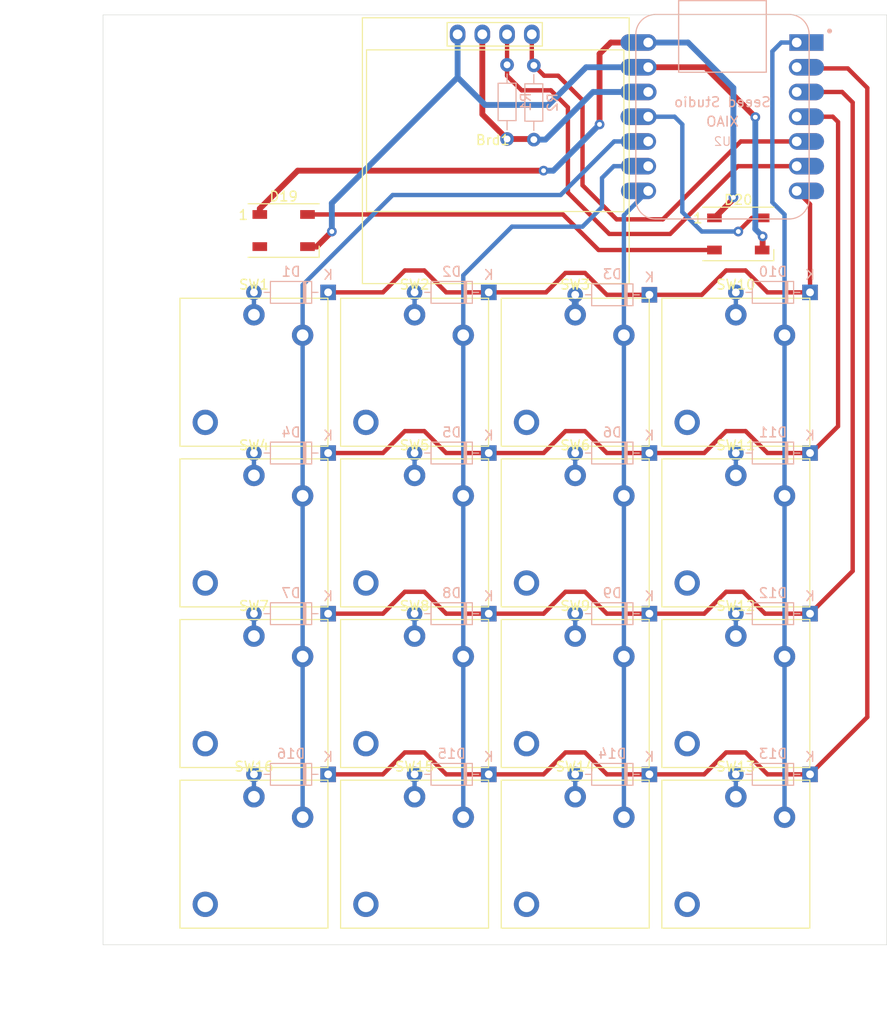
<source format=kicad_pcb>
(kicad_pcb (version 20221018) (generator pcbnew)
  (title_block (title "Cyao macropad") (date "2024-09-23") (rev "v5.1") (company "Cheyao") (comment 1 "https://github.com/cheyao/macropad"))
  (layers (0 "F.Cu" signal) (31 "B.Cu" signal) (34 "B.Paste" user) (35 "F.Paste" user) (36 "B.SilkS" user "B.Silkscreen") (37 "F.SilkS" user "F.Silkscreen") (38 "B.Mask" user) (39 "F.Mask" user) (44 "Edge.Cuts" user))
  (net 0 "")
  (net 1 "ROW0")
  (net 2 "Net-(D1-A)")
  (net 3 "Net-(D2-A)")
  (net 4 "Net-(D3-A)")
  (net 5 "ROW1")
  (net 6 "Net-(D4-A)")
  (net 7 "Net-(D5-A)")
  (net 8 "Net-(D6-A)")
  (net 9 "ROW2")
  (net 10 "Net-(D7-A)")
  (net 11 "Net-(D8-A)")
  (net 12 "Net-(D9-A)")
  (net 13 "Net-(D10-A)")
  (net 14 "Net-(D11-A)")
  (net 15 "Net-(D12-A)")
  (net 16 "ROW3")
  (net 17 "Net-(D13-A)")
  (net 18 "Net-(D14-A)")
  (net 19 "Net-(D15-A)")
  (net 20 "Net-(D16-A)")
  (net 21 "COL0")
  (net 22 "COL1")
  (net 23 "COL2")
  (net 24 "COL3")
  (net 25 "+3.3V")
  (net 26 "GND")
  (net 27 "+5V")
  (net 28 "Net-(Brd1-SDA)")
  (net 29 "Net-(Brd1-SCL)")
  (net 30 "Net-(D19-DIN)")
  (net 31 "LED")
  (footprint "key:SW_Kailh_Choc_V2" (layer "F.Cu") (at 120 103.2)
    (fp_text reference "SW4" (at 0 -9) (layer "F.SilkS"))
    (fp_text value "Kailh Choc V2")
    (pad "" thru_hole circle (at -5 5.15) (size 2.6 2.6) (drill 1.6) (layers "*.Cu" "*.Mask"))
    (pad "" np_thru_hole circle (at 0 0) (size 5.05 5.05) (drill 5.05) (layers "*.Cu" "*.Mask"))
    (pad "1" thru_hole circle (at 0 -5.9) (size 2.2 2.2) (drill 1.2) (layers "*.Cu" "*.Mask") (net 6 "Net-(D4-A)"))
    (pad "2" thru_hole circle (at 5 -3.8) (size 2.2 2.2) (drill 1.2) (layers "*.Cu" "*.Mask") (net 21 "COL0"))
  )
  (footprint "key:SW_Kailh_Choc_V2" (layer "F.Cu") (at 153 136.2)
    (fp_text reference "SW14" (at 0 -9) (layer "F.SilkS"))
    (fp_text value "Kailh Choc V2")
    (pad "" thru_hole circle (at -5 5.15) (size 2.6 2.6) (drill 1.6) (layers "*.Cu" "*.Mask"))
    (pad "" np_thru_hole circle (at 0 0) (size 5.05 5.05) (drill 5.05) (layers "*.Cu" "*.Mask"))
    (pad "1" thru_hole circle (at 0 -5.9) (size 2.2 2.2) (drill 1.2) (layers "*.Cu" "*.Mask") (net 18 "Net-(D14-A)"))
    (pad "2" thru_hole circle (at 5 -3.8) (size 2.2 2.2) (drill 1.2) (layers "*.Cu" "*.Mask") (net 23 "COL2"))
  )
  (footprint "key:SW_Kailh_Choc_V2" (layer "F.Cu") (at 120 86.7)
    (fp_text reference "SW1" (at 0 -9) (layer "F.SilkS"))
    (fp_text value "Kailh Choc V2")
    (pad "" thru_hole circle (at -5 5.15) (size 2.6 2.6) (drill 1.6) (layers "*.Cu" "*.Mask"))
    (pad "" np_thru_hole circle (at 0 0) (size 5.05 5.05) (drill 5.05) (layers "*.Cu" "*.Mask"))
    (pad "1" thru_hole circle (at 0 -5.9) (size 2.2 2.2) (drill 1.2) (layers "*.Cu" "*.Mask") (net 2 "Net-(D1-A)"))
    (pad "2" thru_hole circle (at 5 -3.8) (size 2.2 2.2) (drill 1.2) (layers "*.Cu" "*.Mask") (net 21 "COL0"))
  )
  (footprint "key:SW_Kailh_Choc_V2" (layer "F.Cu") (at 136.5 119.7)
    (fp_text reference "SW8" (at 0 -9) (layer "F.SilkS"))
    (fp_text value "Kailh Choc V2")
    (pad "" thru_hole circle (at -5 5.15) (size 2.6 2.6) (drill 1.6) (layers "*.Cu" "*.Mask"))
    (pad "" np_thru_hole circle (at 0 0) (size 5.05 5.05) (drill 5.05) (layers "*.Cu" "*.Mask"))
    (pad "1" thru_hole circle (at 0 -5.9) (size 2.2 2.2) (drill 1.2) (layers "*.Cu" "*.Mask") (net 11 "Net-(D8-A)"))
    (pad "2" thru_hole circle (at 5 -3.8) (size 2.2 2.2) (drill 1.2) (layers "*.Cu" "*.Mask") (net 22 "COL1"))
  )
  (footprint "key:SW_Kailh_Choc_V2" (layer "F.Cu") (at 153 119.7)
    (fp_text reference "SW9" (at 0 -9) (layer "F.SilkS"))
    (fp_text value "Kailh Choc V2")
    (pad "" thru_hole circle (at -5 5.15) (size 2.6 2.6) (drill 1.6) (layers "*.Cu" "*.Mask"))
    (pad "" np_thru_hole circle (at 0 0) (size 5.05 5.05) (drill 5.05) (layers "*.Cu" "*.Mask"))
    (pad "1" thru_hole circle (at 0 -5.9) (size 2.2 2.2) (drill 1.2) (layers "*.Cu" "*.Mask") (net 12 "Net-(D9-A)"))
    (pad "2" thru_hole circle (at 5 -3.8) (size 2.2 2.2) (drill 1.2) (layers "*.Cu" "*.Mask") (net 23 "COL2"))
  )
  (footprint "key:SW_Kailh_Choc_V2" (layer "F.Cu") (at 169.5 119.7)
    (fp_text reference "SW12" (at 0 -9) (layer "F.SilkS"))
    (fp_text value "Kailh Choc V2")
    (pad "" thru_hole circle (at -5 5.15) (size 2.6 2.6) (drill 1.6) (layers "*.Cu" "*.Mask"))
    (pad "" np_thru_hole circle (at 0 0) (size 5.05 5.05) (drill 5.05) (layers "*.Cu" "*.Mask"))
    (pad "1" thru_hole circle (at 0 -5.9) (size 2.2 2.2) (drill 1.2) (layers "*.Cu" "*.Mask") (net 15 "Net-(D12-A)"))
    (pad "2" thru_hole circle (at 5 -3.8) (size 2.2 2.2) (drill 1.2) (layers "*.Cu" "*.Mask") (net 24 "COL3"))
  )
  (footprint "LED_SMD:LED_WS2812B_PLCC4_5.0x5.0mm_P3.2mm" (layer "F.Cu") (at 123.05 72.15)
    (fp_text reference "D19" (at 0 -3.5) (layer "F.SilkS"))
    (fp_text value "WS2812B")
    (fp_text user "1" (at -4.15 -1.6) (layer "F.SilkS"))
    (pad "1" smd rect (at -2.45 -1.65) (size 1.5 0.9) (layers "F.Cu" "F.Paste" "F.Mask") (net 27 "+5V"))
    (pad "2" smd rect (at -2.45 1.65) (size 1.5 0.9) (layers "F.Cu" "F.Paste" "F.Mask"))
    (pad "3" smd rect (at 2.45 1.65) (size 1.5 0.9) (layers "F.Cu" "F.Paste" "F.Mask") (net 26 "GND"))
    (pad "4" smd rect (at 2.45 -1.65) (size 1.5 0.9) (layers "F.Cu" "F.Paste" "F.Mask") (net 30 "Net-(D19-DIN)"))
  )
  (footprint "key:SW_Kailh_Choc_V2" (layer "F.Cu") (at 153 103.2)
    (fp_text reference "SW6" (at 0 -9) (layer "F.SilkS"))
    (fp_text value "Kailh Choc V2")
    (pad "" thru_hole circle (at -5 5.15) (size 2.6 2.6) (drill 1.6) (layers "*.Cu" "*.Mask"))
    (pad "" np_thru_hole circle (at 0 0) (size 5.05 5.05) (drill 5.05) (layers "*.Cu" "*.Mask"))
    (pad "1" thru_hole circle (at 0 -5.9) (size 2.2 2.2) (drill 1.2) (layers "*.Cu" "*.Mask") (net 8 "Net-(D6-A)"))
    (pad "2" thru_hole circle (at 5 -3.8) (size 2.2 2.2) (drill 1.2) (layers "*.Cu" "*.Mask") (net 23 "COL2"))
  )
  (footprint "key:SW_Kailh_Choc_V2" (layer "F.Cu") (at 169.5 86.7)
    (fp_text reference "SW10" (at 0 -9) (layer "F.SilkS"))
    (fp_text value "Kailh Choc V2")
    (pad "" thru_hole circle (at -5 5.15) (size 2.6 2.6) (drill 1.6) (layers "*.Cu" "*.Mask"))
    (pad "" np_thru_hole circle (at 0 0) (size 5.05 5.05) (drill 5.05) (layers "*.Cu" "*.Mask"))
    (pad "1" thru_hole circle (at 0 -5.9) (size 2.2 2.2) (drill 1.2) (layers "*.Cu" "*.Mask") (net 13 "Net-(D10-A)"))
    (pad "2" thru_hole circle (at 5 -3.8) (size 2.2 2.2) (drill 1.2) (layers "*.Cu" "*.Mask") (net 24 "COL3"))
  )
  (footprint "key:SW_Kailh_Choc_V2" (layer "F.Cu") (at 120 119.7)
    (fp_text reference "SW7" (at 0 -9) (layer "F.SilkS"))
    (fp_text value "Kailh Choc V2")
    (pad "" thru_hole circle (at -5 5.15) (size 2.6 2.6) (drill 1.6) (layers "*.Cu" "*.Mask"))
    (pad "" np_thru_hole circle (at 0 0) (size 5.05 5.05) (drill 5.05) (layers "*.Cu" "*.Mask"))
    (pad "1" thru_hole circle (at 0 -5.9) (size 2.2 2.2) (drill 1.2) (layers "*.Cu" "*.Mask") (net 10 "Net-(D7-A)"))
    (pad "2" thru_hole circle (at 5 -3.8) (size 2.2 2.2) (drill 1.2) (layers "*.Cu" "*.Mask") (net 21 "COL0"))
  )
  (footprint "screen:128x64OLED" (layer "F.Cu") (at 144.54 62.6)
    (fp_text reference "Brd1" (at 0 0.254) (layer "F.SilkS"))
    (fp_text value "SSD1306")
    (pad "1" thru_hole oval (at -3.62 -10.6 90) (size 2 1.6) (drill 1) (layers "*.Cu" "*.Mask") (net 26 "GND"))
    (pad "2" thru_hole oval (at -1.08 -10.6 90) (size 2 1.6) (drill 1) (layers "*.Cu" "*.Mask") (net 25 "+3.3V"))
    (pad "3" thru_hole oval (at 1.46 -10.6 90) (size 2 1.6) (drill 1) (layers "*.Cu" "*.Mask") (net 29 "Net-(Brd1-SCL)"))
    (pad "4" thru_hole oval (at 4 -10.6 90) (size 2 1.6) (drill 1) (layers "*.Cu" "*.Mask") (net 28 "Net-(Brd1-SDA)"))
  )
  (footprint "key:SW_Kailh_Choc_V2" (layer "F.Cu") (at 136.5 86.7)
    (fp_text reference "SW2" (at 0 -9) (layer "F.SilkS"))
    (fp_text value "Kailh Choc V2")
    (pad "" thru_hole circle (at -5 5.15) (size 2.6 2.6) (drill 1.6) (layers "*.Cu" "*.Mask"))
    (pad "" np_thru_hole circle (at 0 0) (size 5.05 5.05) (drill 5.05) (layers "*.Cu" "*.Mask"))
    (pad "1" thru_hole circle (at 0 -5.9) (size 2.2 2.2) (drill 1.2) (layers "*.Cu" "*.Mask") (net 3 "Net-(D2-A)"))
    (pad "2" thru_hole circle (at 5 -3.8) (size 2.2 2.2) (drill 1.2) (layers "*.Cu" "*.Mask") (net 22 "COL1"))
  )
  (footprint "key:SW_Kailh_Choc_V2" (layer "F.Cu") (at 169.5 103.2)
    (fp_text reference "SW11" (at 0 -9) (layer "F.SilkS"))
    (fp_text value "Kailh Choc V2")
    (pad "" thru_hole circle (at -5 5.15) (size 2.6 2.6) (drill 1.6) (layers "*.Cu" "*.Mask"))
    (pad "" np_thru_hole circle (at 0 0) (size 5.05 5.05) (drill 5.05) (layers "*.Cu" "*.Mask"))
    (pad "1" thru_hole circle (at 0 -5.9) (size 2.2 2.2) (drill 1.2) (layers "*.Cu" "*.Mask") (net 14 "Net-(D11-A)"))
    (pad "2" thru_hole circle (at 5 -3.8) (size 2.2 2.2) (drill 1.2) (layers "*.Cu" "*.Mask") (net 24 "COL3"))
  )
  (footprint "LED_SMD:LED_WS2812B_PLCC4_5.0x5.0mm_P3.2mm" (layer "F.Cu") (at 169.75 72.5)
    (fp_text reference "D20" (at 0 -3.5) (layer "F.SilkS"))
    (fp_text value "WS2812B")
    (fp_text user "1" (at -4.15 -1.6) (layer "F.SilkS"))
    (pad "1" smd rect (at -2.45 -1.65) (size 1.5 0.9) (layers "F.Cu" "F.Paste" "F.Mask") (net 27 "+5V"))
    (pad "2" smd rect (at -2.45 1.65) (size 1.5 0.9) (layers "F.Cu" "F.Paste" "F.Mask") (net 30 "Net-(D19-DIN)"))
    (pad "3" smd rect (at 2.45 1.65) (size 1.5 0.9) (layers "F.Cu" "F.Paste" "F.Mask") (net 26 "GND"))
    (pad "4" smd rect (at 2.45 -1.65) (size 1.5 0.9) (layers "F.Cu" "F.Paste" "F.Mask") (net 31 "LED"))
  )
  (footprint "key:SW_Kailh_Choc_V2" (layer "F.Cu") (at 153 86.7)
    (fp_text reference "SW3" (at 0 -9) (layer "F.SilkS"))
    (fp_text value "Kailh Choc V2")
    (pad "" thru_hole circle (at -5 5.15) (size 2.6 2.6) (drill 1.6) (layers "*.Cu" "*.Mask"))
    (pad "" np_thru_hole circle (at 0 0) (size 5.05 5.05) (drill 5.05) (layers "*.Cu" "*.Mask"))
    (pad "1" thru_hole circle (at 0 -5.9) (size 2.2 2.2) (drill 1.2) (layers "*.Cu" "*.Mask") (net 4 "Net-(D3-A)"))
    (pad "2" thru_hole circle (at 5 -3.8) (size 2.2 2.2) (drill 1.2) (layers "*.Cu" "*.Mask") (net 23 "COL2"))
  )
  (footprint "key:SW_Kailh_Choc_V2" (layer "F.Cu") (at 120 136.2)
    (fp_text reference "SW16" (at 0 -9) (layer "F.SilkS"))
    (fp_text value "Kailh Choc V2")
    (pad "" thru_hole circle (at -5 5.15) (size 2.6 2.6) (drill 1.6) (layers "*.Cu" "*.Mask"))
    (pad "" np_thru_hole circle (at 0 0) (size 5.05 5.05) (drill 5.05) (layers "*.Cu" "*.Mask"))
    (pad "1" thru_hole circle (at 0 -5.9) (size 2.2 2.2) (drill 1.2) (layers "*.Cu" "*.Mask") (net 20 "Net-(D16-A)"))
    (pad "2" thru_hole circle (at 5 -3.8) (size 2.2 2.2) (drill 1.2) (layers "*.Cu" "*.Mask") (net 21 "COL0"))
  )
  (footprint "key:SW_Kailh_Choc_V2" (layer "F.Cu") (at 136.5 103.2)
    (fp_text reference "SW5" (at 0 -9) (layer "F.SilkS"))
    (fp_text value "Kailh Choc V2")
    (pad "" thru_hole circle (at -5 5.15) (size 2.6 2.6) (drill 1.6) (layers "*.Cu" "*.Mask"))
    (pad "" np_thru_hole circle (at 0 0) (size 5.05 5.05) (drill 5.05) (layers "*.Cu" "*.Mask"))
    (pad "1" thru_hole circle (at 0 -5.9) (size 2.2 2.2) (drill 1.2) (layers "*.Cu" "*.Mask") (net 7 "Net-(D5-A)"))
    (pad "2" thru_hole circle (at 5 -3.8) (size 2.2 2.2) (drill 1.2) (layers "*.Cu" "*.Mask") (net 22 "COL1"))
  )
  (footprint "key:SW_Kailh_Choc_V2" (layer "F.Cu") (at 169.5 136.2)
    (fp_text reference "SW13" (at 0 -9) (layer "F.SilkS"))
    (fp_text value "Kailh Choc V2")
    (pad "" thru_hole circle (at -5 5.15) (size 2.6 2.6) (drill 1.6) (layers "*.Cu" "*.Mask"))
    (pad "" np_thru_hole circle (at 0 0) (size 5.05 5.05) (drill 5.05) (layers "*.Cu" "*.Mask"))
    (pad "1" thru_hole circle (at 0 -5.9) (size 2.2 2.2) (drill 1.2) (layers "*.Cu" "*.Mask") (net 17 "Net-(D13-A)"))
    (pad "2" thru_hole circle (at 5 -3.8) (size 2.2 2.2) (drill 1.2) (layers "*.Cu" "*.Mask") (net 24 "COL3"))
  )
  (footprint "key:SW_Kailh_Choc_V2" (layer "F.Cu") (at 136.5 136.2)
    (fp_text reference "SW15" (at 0 -9) (layer "F.SilkS"))
    (fp_text value "Kailh Choc V2")
    (pad "" thru_hole circle (at -5 5.15) (size 2.6 2.6) (drill 1.6) (layers "*.Cu" "*.Mask"))
    (pad "" np_thru_hole circle (at 0 0) (size 5.05 5.05) (drill 5.05) (layers "*.Cu" "*.Mask"))
    (pad "1" thru_hole circle (at 0 -5.9) (size 2.2 2.2) (drill 1.2) (layers "*.Cu" "*.Mask") (net 19 "Net-(D15-A)"))
    (pad "2" thru_hole circle (at 5 -3.8) (size 2.2 2.2) (drill 1.2) (layers "*.Cu" "*.Mask") (net 22 "COL1"))
  )
  (footprint "Diode_THT:D_DO-35_SOD27_P7.62mm_Horizontal" (layer "B.Cu") (at 160.62 78.75 180)
    (fp_text reference "D3" (at 3.81 2.12) (layer "B.SilkS") (effects (justify mirror)))
    (fp_text value "Didode 1N4148")
    (fp_text user "K" (at 0 1.8) (layer "B.SilkS") (effects (justify mirror)))
    (pad "1" thru_hole rect (at 0 0 180) (size 1.6 1.6) (drill 0.8) (layers "*.Cu" "*.Mask") (net 1 "ROW0"))
    (pad "2" thru_hole oval (at 7.62 0 180) (size 1.6 1.6) (drill 0.8) (layers "*.Cu" "*.Mask") (net 4 "Net-(D3-A)"))
  )
  (footprint "seed:XIAO-Generic-Hybrid-14P-2.54-21X17.8MM" (layer "B.Cu") (at 168.125 60.46 180)
    (fp_text reference "U2" (at 0 -2.54) (layer "B.SilkS") (effects (font (size 0.889 0.889) (thickness 0.1016)) (justify mirror)))
    (fp_text value "SEEEDUINO XIAO RP2040" hide)
    (fp_text user "XIAO" (at 0 -0.5 unlocked) (layer "B.SilkS") (effects (justify mirror)))
    (fp_text user "Seeed Studio" (at 0 1.5 unlocked) (layer "B.SilkS") (effects (justify mirror)))
    (pad "1" thru_hole rect (at -7.625 7.62 180) (size 3.5 1.7) (drill 1 (offset -1 0)) (layers "*.Cu" "*.Mask") (net 24 "COL3"))
    (pad "2" thru_hole oval (at -7.625 5.08 180) (size 3.6 1.7) (drill 1 (offset -1 0)) (layers "*.Cu" "*.Mask") (net 16 "ROW3"))
    (pad "3" thru_hole oval (at -7.625 2.54 180) (size 3.6 1.7) (drill 1 (offset -1 0)) (layers "*.Cu" "*.Mask") (net 9 "ROW2"))
    (pad "4" thru_hole oval (at -7.625 0 180) (size 3.6 1.7) (drill 1 (offset -1 0)) (layers "*.Cu" "*.Mask") (net 5 "ROW1"))
    (pad "5" thru_hole oval (at -7.625 -2.54 180) (size 3.6 1.7) (drill 1 (offset -1 0)) (layers "*.Cu" "*.Mask") (net 28 "Net-(Brd1-SDA)"))
    (pad "6" thru_hole oval (at -7.625 -5.08) (size 3.6 1.7) (drill 1 (offset 1 0)) (layers "*.Cu" "*.Mask") (net 29 "Net-(Brd1-SCL)"))
    (pad "7" thru_hole oval (at -7.625 -7.62 180) (size 3.6 1.7) (drill 1 (offset -1 0)) (layers "*.Cu" "*.Mask") (net 1 "ROW0"))
    (pad "8" thru_hole oval (at 7.625 -7.62 180) (size 3.6 1.7) (drill 1 (offset 1 0)) (layers "*.Cu" "*.Mask") (net 23 "COL2"))
    (pad "9" thru_hole oval (at 7.625 -5.08 180) (size 3.6 1.7) (drill 1 (offset 1 0)) (layers "*.Cu" "*.Mask") (net 22 "COL1"))
    (pad "10" thru_hole oval (at 7.625 -2.54 180) (size 3.6 1.7) (drill 1 (offset 1 0)) (layers "*.Cu" "*.Mask") (net 21 "COL0"))
    (pad "11" thru_hole oval (at 7.625 0 180) (size 3.7 1.7) (drill 1 (offset 1 0)) (layers "*.Cu" "*.Mask") (net 31 "LED"))
    (pad "12" thru_hole oval (at 7.625 2.54 180) (size 3.7 1.7) (drill 1 (offset 1 0)) (layers "*.Cu" "*.Mask") (net 25 "+3.3V"))
    (pad "13" thru_hole oval (at 7.625 5.08 180) (size 3.7 1.7) (drill 1 (offset 1 0)) (layers "*.Cu" "*.Mask") (net 26 "GND"))
    (pad "14" thru_hole oval (at 7.625 7.62 180) (size 3.7 1.7) (drill 1 (offset 1 0)) (layers "*.Cu" "*.Mask") (net 27 "+5V"))
  )
  (footprint "Diode_THT:D_DO-35_SOD27_P7.62mm_Horizontal" (layer "B.Cu") (at 177.12 95 180)
    (fp_text reference "D11" (at 3.81 2.12) (layer "B.SilkS") (effects (justify mirror)))
    (fp_text value "Didode 1N4148")
    (fp_text user "K" (at 0 1.8) (layer "B.SilkS") (effects (justify mirror)))
    (pad "1" thru_hole rect (at 0 0 180) (size 1.6 1.6) (drill 0.8) (layers "*.Cu" "*.Mask") (net 5 "ROW1"))
    (pad "2" thru_hole oval (at 7.62 0 180) (size 1.6 1.6) (drill 0.8) (layers "*.Cu" "*.Mask") (net 14 "Net-(D11-A)"))
  )
  (footprint "Diode_THT:D_DO-35_SOD27_P7.62mm_Horizontal" (layer "B.Cu") (at 144.12 128 180)
    (fp_text reference "D15" (at 3.81 2.12) (layer "B.SilkS") (effects (justify mirror)))
    (fp_text value "Didode 1N4148")
    (fp_text user "K" (at 0 1.8) (layer "B.SilkS") (effects (justify mirror)))
    (pad "1" thru_hole rect (at 0 0 180) (size 1.6 1.6) (drill 0.8) (layers "*.Cu" "*.Mask") (net 16 "ROW3"))
    (pad "2" thru_hole oval (at 7.62 0 180) (size 1.6 1.6) (drill 0.8) (layers "*.Cu" "*.Mask") (net 19 "Net-(D15-A)"))
  )
  (footprint "Diode_THT:D_DO-35_SOD27_P7.62mm_Horizontal" (layer "B.Cu") (at 127.62 95 180)
    (fp_text reference "D4" (at 3.81 2.12) (layer "B.SilkS") (effects (justify mirror)))
    (fp_text value "Didode 1N4148")
    (fp_text user "K" (at 0 1.8) (layer "B.SilkS") (effects (justify mirror)))
    (pad "1" thru_hole rect (at 0 0 180) (size 1.6 1.6) (drill 0.8) (layers "*.Cu" "*.Mask") (net 5 "ROW1"))
    (pad "2" thru_hole oval (at 7.62 0 180) (size 1.6 1.6) (drill 0.8) (layers "*.Cu" "*.Mask") (net 6 "Net-(D4-A)"))
  )
  (footprint "Diode_THT:D_DO-35_SOD27_P7.62mm_Horizontal" (layer "B.Cu") (at 144.12 111.5 180)
    (fp_text reference "D8" (at 3.81 2.12) (layer "B.SilkS") (effects (justify mirror)))
    (fp_text value "Didode 1N4148")
    (fp_text user "K" (at 0 1.8) (layer "B.SilkS") (effects (justify mirror)))
    (pad "1" thru_hole rect (at 0 0 180) (size 1.6 1.6) (drill 0.8) (layers "*.Cu" "*.Mask") (net 9 "ROW2"))
    (pad "2" thru_hole oval (at 7.62 0 180) (size 1.6 1.6) (drill 0.8) (layers "*.Cu" "*.Mask") (net 11 "Net-(D8-A)"))
  )
  (footprint "Diode_THT:D_DO-35_SOD27_P7.62mm_Horizontal" (layer "B.Cu") (at 177.12 78.5 180)
    (fp_text reference "D10" (at 3.81 2.12) (layer "B.SilkS") (effects (justify mirror)))
    (fp_text value "Didode 1N4148")
    (fp_text user "K" (at 0 1.8) (layer "B.SilkS") (effects (justify mirror)))
    (pad "1" thru_hole rect (at 0 0 180) (size 1.6 1.6) (drill 0.8) (layers "*.Cu" "*.Mask") (net 1 "ROW0"))
    (pad "2" thru_hole oval (at 7.62 0 180) (size 1.6 1.6) (drill 0.8) (layers "*.Cu" "*.Mask") (net 13 "Net-(D10-A)"))
  )
  (footprint "Diode_THT:D_DO-35_SOD27_P7.62mm_Horizontal" (layer "B.Cu") (at 177.12 128 180)
    (fp_text reference "D13" (at 3.81 2.12) (layer "B.SilkS") (effects (justify mirror)))
    (fp_text value "Didode 1N4148")
    (fp_text user "K" (at 0 1.8) (layer "B.SilkS") (effects (justify mirror)))
    (pad "1" thru_hole rect (at 0 0 180) (size 1.6 1.6) (drill 0.8) (layers "*.Cu" "*.Mask") (net 16 "ROW3"))
    (pad "2" thru_hole oval (at 7.62 0 180) (size 1.6 1.6) (drill 0.8) (layers "*.Cu" "*.Mask") (net 17 "Net-(D13-A)"))
  )
  (footprint "Diode_THT:D_DO-35_SOD27_P7.62mm_Horizontal" (layer "B.Cu") (at 127.62 128 180)
    (fp_text reference "D16" (at 3.81 2.12) (layer "B.SilkS") (effects (justify mirror)))
    (fp_text value "Didode 1N4148")
    (fp_text user "K" (at 0 1.8) (layer "B.SilkS") (effects (justify mirror)))
    (pad "1" thru_hole rect (at 0 0 180) (size 1.6 1.6) (drill 0.8) (layers "*.Cu" "*.Mask") (net 16 "ROW3"))
    (pad "2" thru_hole oval (at 7.62 0 180) (size 1.6 1.6) (drill 0.8) (layers "*.Cu" "*.Mask") (net 20 "Net-(D16-A)"))
  )
  (footprint "Resistor_THT:R_Axial_DIN0204_L3.6mm_D1.6mm_P7.62mm_Horizontal" (layer "B.Cu") (at 148.75 62.81 90)
    (fp_text reference "R2" (at 3.81 1.92 90) (layer "B.SilkS") (effects (justify mirror)))
    (fp_text value "4.7k")
    (pad "1" thru_hole circle (at 0 0 90) (size 1.4 1.4) (drill 0.7) (layers "*.Cu" "*.Mask") (net 25 "+3.3V"))
    (pad "2" thru_hole oval (at 7.62 0 90) (size 1.4 1.4) (drill 0.7) (layers "*.Cu" "*.Mask") (net 28 "Net-(Brd1-SDA)"))
  )
  (footprint "Diode_THT:D_DO-35_SOD27_P7.62mm_Horizontal" (layer "B.Cu") (at 127.62 78.5 180)
    (fp_text reference "D1" (at 3.81 2.12) (layer "B.SilkS") (effects (justify mirror)))
    (fp_text value "Didode 1N4148")
    (fp_text user "K" (at 0 1.8) (layer "B.SilkS") (effects (justify mirror)))
    (pad "1" thru_hole rect (at 0 0 180) (size 1.6 1.6) (drill 0.8) (layers "*.Cu" "*.Mask") (net 1 "ROW0"))
    (pad "2" thru_hole oval (at 7.62 0 180) (size 1.6 1.6) (drill 0.8) (layers "*.Cu" "*.Mask") (net 2 "Net-(D1-A)"))
  )
  (footprint "Diode_THT:D_DO-35_SOD27_P7.62mm_Horizontal" (layer "B.Cu") (at 160.62 95 180)
    (fp_text reference "D6" (at 3.81 2.12) (layer "B.SilkS") (effects (justify mirror)))
    (fp_text value "Didode 1N4148")
    (fp_text user "K" (at 0 1.8) (layer "B.SilkS") (effects (justify mirror)))
    (pad "1" thru_hole rect (at 0 0 180) (size 1.6 1.6) (drill 0.8) (layers "*.Cu" "*.Mask") (net 5 "ROW1"))
    (pad "2" thru_hole oval (at 7.62 0 180) (size 1.6 1.6) (drill 0.8) (layers "*.Cu" "*.Mask") (net 8 "Net-(D6-A)"))
  )
  (footprint "Diode_THT:D_DO-35_SOD27_P7.62mm_Horizontal" (layer "B.Cu") (at 127.62 111.5 180)
    (fp_text reference "D7" (at 3.81 2.12) (layer "B.SilkS") (effects (justify mirror)))
    (fp_text value "Didode 1N4148")
    (fp_text user "K" (at 0 1.8) (layer "B.SilkS") (effects (justify mirror)))
    (pad "1" thru_hole rect (at 0 0 180) (size 1.6 1.6) (drill 0.8) (layers "*.Cu" "*.Mask") (net 9 "ROW2"))
    (pad "2" thru_hole oval (at 7.62 0 180) (size 1.6 1.6) (drill 0.8) (layers "*.Cu" "*.Mask") (net 10 "Net-(D7-A)"))
  )
  (footprint "Diode_THT:D_DO-35_SOD27_P7.62mm_Horizontal" (layer "B.Cu") (at 160.62 111.5 180)
    (fp_text reference "D9" (at 3.81 2.12) (layer "B.SilkS") (effects (justify mirror)))
    (fp_text value "Didode 1N4148")
    (fp_text user "K" (at 0 1.8) (layer "B.SilkS") (effects (justify mirror)))
    (pad "1" thru_hole rect (at 0 0 180) (size 1.6 1.6) (drill 0.8) (layers "*.Cu" "*.Mask") (net 9 "ROW2"))
    (pad "2" thru_hole oval (at 7.62 0 180) (size 1.6 1.6) (drill 0.8) (layers "*.Cu" "*.Mask") (net 12 "Net-(D9-A)"))
  )
  (footprint "Resistor_THT:R_Axial_DIN0204_L3.6mm_D1.6mm_P7.62mm_Horizontal" (layer "B.Cu") (at 146 62.75 90)
    (fp_text reference "R1" (at 3.81 1.92 90) (layer "B.SilkS") (effects (justify mirror)))
    (fp_text value "4.7k")
    (pad "1" thru_hole circle (at 0 0 90) (size 1.4 1.4) (drill 0.7) (layers "*.Cu" "*.Mask") (net 25 "+3.3V"))
    (pad "2" thru_hole oval (at 7.62 0 90) (size 1.4 1.4) (drill 0.7) (layers "*.Cu" "*.Mask") (net 29 "Net-(Brd1-SCL)"))
  )
  (footprint "Diode_THT:D_DO-35_SOD27_P7.62mm_Horizontal" (layer "B.Cu") (at 177.12 111.5 180)
    (fp_text reference "D12" (at 3.81 2.12) (layer "B.SilkS") (effects (justify mirror)))
    (fp_text value "Didode 1N4148")
    (fp_text user "K" (at 0 1.8) (layer "B.SilkS") (effects (justify mirror)))
    (pad "1" thru_hole rect (at 0 0 180) (size 1.6 1.6) (drill 0.8) (layers "*.Cu" "*.Mask") (net 9 "ROW2"))
    (pad "2" thru_hole oval (at 7.62 0 180) (size 1.6 1.6) (drill 0.8) (layers "*.Cu" "*.Mask") (net 15 "Net-(D12-A)"))
  )
  (footprint "Diode_THT:D_DO-35_SOD27_P7.62mm_Horizontal" (layer "B.Cu") (at 144.12 78.5 180)
    (fp_text reference "D2" (at 3.81 2.12) (layer "B.SilkS") (effects (justify mirror)))
    (fp_text value "Didode 1N4148")
    (fp_text user "K" (at 0 1.8) (layer "B.SilkS") (effects (justify mirror)))
    (pad "1" thru_hole rect (at 0 0 180) (size 1.6 1.6) (drill 0.8) (layers "*.Cu" "*.Mask") (net 1 "ROW0"))
    (pad "2" thru_hole oval (at 7.62 0 180) (size 1.6 1.6) (drill 0.8) (layers "*.Cu" "*.Mask") (net 3 "Net-(D2-A)"))
  )
  (footprint "Diode_THT:D_DO-35_SOD27_P7.62mm_Horizontal" (layer "B.Cu") (at 144.12 95 180)
    (fp_text reference "D5" (at 3.81 2.12) (layer "B.SilkS") (effects (justify mirror)))
    (fp_text value "Didode 1N4148")
    (fp_text user "K" (at 0 1.8) (layer "B.SilkS") (effects (justify mirror)))
    (pad "1" thru_hole rect (at 0 0 180) (size 1.6 1.6) (drill 0.8) (layers "*.Cu" "*.Mask") (net 5 "ROW1"))
    (pad "2" thru_hole oval (at 7.62 0 180) (size 1.6 1.6) (drill 0.8) (layers "*.Cu" "*.Mask") (net 7 "Net-(D5-A)"))
  )
  (footprint "Diode_THT:D_DO-35_SOD27_P7.62mm_Horizontal" (layer "B.Cu") (at 160.62 128 180)
    (fp_text reference "D14" (at 3.81 2.12) (layer "B.SilkS") (effects (justify mirror)))
    (fp_text value "Didode 1N4148")
    (fp_text user "K" (at 0 1.8) (layer "B.SilkS") (effects (justify mirror)))
    (pad "1" thru_hole rect (at 0 0 180) (size 1.6 1.6) (drill 0.8) (layers "*.Cu" "*.Mask") (net 16 "ROW3"))
    (pad "2" thru_hole oval (at 7.62 0 180) (size 1.6 1.6) (drill 0.8) (layers "*.Cu" "*.Mask") (net 18 "Net-(D14-A)"))
  )
  (gr_line (start 185 50) (end 104.5 50) (stroke (width 0.05)) (layer "Edge.Cuts"))
  (gr_line (start 104.5 50) (end 104.5 145.5) (stroke (width 0.05)) (layer "Edge.Cuts"))
  (gr_line (start 185 145.5) (end 104.5 145.5) (stroke (width 0.05)) (layer "Edge.Cuts"))
  (gr_line (start 185 145.5) (end 185 50) (stroke (width 0.05)) (layer "Edge.Cuts"))
  (segment (start 133.25 78.5) (end 127.62 78.5) (width 0.45) (layer "F.Cu") (net 1))
  (segment (start 144.12 78.5) (end 139.75 78.5) (width 0.45) (layer "F.Cu") (net 1))
  (segment (start 166 78.75) (end 160.62 78.75) (width 0.45) (layer "F.Cu") (net 1))
  (segment (start 168.5 76.25) (end 166 78.75) (width 0.45) (layer "F.Cu") (net 1))
  (segment (start 152 76.5) (end 150 78.5) (width 0.45) (layer "F.Cu") (net 1))
  (segment (start 170.5 76.25) (end 168.5 76.25) (width 0.45) (layer "F.Cu") (net 1))
  (segment (start 156.25 78.75) (end 154 76.5) (width 0.45) (layer "F.Cu") (net 1))
  (segment (start 177.12 69.45) (end 175.75 68.08) (width 0.45) (layer "F.Cu") (net 1))
  (segment (start 172.75 78.5) (end 170.5 76.25) (width 0.45) (layer "F.Cu") (net 1))
  (segment (start 150 78.5) (end 144.12 78.5) (width 0.45) (layer "F.Cu") (net 1))
  (segment (start 177.12 78.5) (end 177.12 69.45) (width 0.45) (layer "F.Cu") (net 1))
  (segment (start 160.62 78.75) (end 156.25 78.75) (width 0.45) (layer "F.Cu") (net 1))
  (segment (start 154 76.5) (end 152 76.5) (width 0.45) (layer "F.Cu") (net 1))
  (segment (start 177.12 78.5) (end 172.75 78.5) (width 0.45) (layer "F.Cu") (net 1))
  (segment (start 137.5 76.25) (end 135.5 76.25) (width 0.45) (layer "F.Cu") (net 1))
  (segment (start 139.75 78.5) (end 137.5 76.25) (width 0.45) (layer "F.Cu") (net 1))
  (segment (start 135.5 76.25) (end 133.25 78.5) (width 0.45) (layer "F.Cu") (net 1))
  (segment (start 120 78.5) (end 120 80.8) (width 0.45) (layer "B.Cu") (net 2))
  (segment (start 136.5 80.8) (end 136.5 78.5) (width 0.45) (layer "B.Cu") (net 3))
  (segment (start 153 80.8) (end 153 78.75) (width 0.7) (layer "B.Cu") (net 4))
  (segment (start 160.62 95) (end 156.25 95) (width 0.45) (layer "F.Cu") (net 5))
  (segment (start 166.25 95) (end 160.62 95) (width 0.45) (layer "F.Cu") (net 5))
  (segment (start 168.5 92.75) (end 166.25 95) (width 0.45) (layer "F.Cu") (net 5))
  (segment (start 177.12 95) (end 177.25 95) (width 0.45) (layer "F.Cu") (net 5))
  (segment (start 144.12 95) (end 139.75 95) (width 0.45) (layer "F.Cu") (net 5))
  (segment (start 137.5 92.75) (end 135.5 92.75) (width 0.45) (layer "F.Cu") (net 5))
  (segment (start 172.75 95) (end 170.5 92.75) (width 0.45) (layer "F.Cu") (net 5))
  (segment (start 180 92.25) (end 180 61) (width 0.45) (layer "F.Cu") (net 5))
  (segment (start 139.75 95) (end 137.5 92.75) (width 0.45) (layer "F.Cu") (net 5))
  (segment (start 135.5 92.75) (end 133.25 95) (width 0.45) (layer "F.Cu") (net 5))
  (segment (start 177.25 95) (end 180 92.25) (width 0.45) (layer "F.Cu") (net 5))
  (segment (start 177.12 95) (end 172.75 95) (width 0.45) (layer "F.Cu") (net 5))
  (segment (start 156.25 95) (end 154 92.75) (width 0.45) (layer "F.Cu") (net 5))
  (segment (start 133.25 95) (end 127.62 95) (width 0.45) (layer "F.Cu") (net 5))
  (segment (start 149.75 95) (end 144.12 95) (width 0.45) (layer "F.Cu") (net 5))
  (segment (start 180 61) (end 179.46 60.46) (width 0.45) (layer "F.Cu") (net 5))
  (segment (start 154 92.75) (end 152 92.75) (width 0.45) (layer "F.Cu") (net 5))
  (segment (start 179.46 60.46) (end 175.75 60.46) (width 0.45) (layer "F.Cu") (net 5))
  (segment (start 177.12 95) (end 177.5 95) (width 0.45) (layer "F.Cu") (net 5))
  (segment (start 170.5 92.75) (end 168.5 92.75) (width 0.45) (layer "F.Cu") (net 5))
  (segment (start 152 92.75) (end 149.75 95) (width 0.45) (layer "F.Cu") (net 5))
  (segment (start 120 95) (end 120 97.3) (width 0.45) (layer "B.Cu") (net 6))
  (segment (start 136.5 97.3) (end 136.5 95) (width 0.45) (layer "B.Cu") (net 7))
  (segment (start 153 97.3) (end 153 95) (width 0.45) (layer "B.Cu") (net 8))
  (segment (start 177.12 111.5) (end 172.5 111.5) (width 0.45) (layer "F.Cu") (net 9))
  (segment (start 160.62 111.5) (end 156.25 111.5) (width 0.45) (layer "F.Cu") (net 9))
  (segment (start 181.5 107.12) (end 181.5 59) (width 0.45) (layer "F.Cu") (net 9))
  (segment (start 180.42 57.92) (end 175.75 57.92) (width 0.45) (layer "F.Cu") (net 9))
  (segment (start 154 109.25) (end 152 109.25) (width 0.45) (layer "F.Cu") (net 9))
  (segment (start 181.5 59) (end 180.42 57.92) (width 0.45) (layer "F.Cu") (net 9))
  (segment (start 166.25 111.5) (end 160.62 111.5) (width 0.45) (layer "F.Cu") (net 9))
  (segment (start 149.75 111.5) (end 144.12 111.5) (width 0.45) (layer "F.Cu") (net 9))
  (segment (start 156.25 111.5) (end 154 109.25) (width 0.45) (layer "F.Cu") (net 9))
  (segment (start 133.25 111.5) (end 127.62 111.5) (width 0.45) (layer "F.Cu") (net 9))
  (segment (start 168.5 109.25) (end 166.25 111.5) (width 0.45) (layer "F.Cu") (net 9))
  (segment (start 144.12 111.5) (end 139.75 111.5) (width 0.45) (layer "F.Cu") (net 9))
  (segment (start 139.75 111.5) (end 137.5 109.25) (width 0.45) (layer "F.Cu") (net 9))
  (segment (start 152 109.25) (end 149.75 111.5) (width 0.45) (layer "F.Cu") (net 9))
  (segment (start 135.5 109.25) (end 133.25 111.5) (width 0.45) (layer "F.Cu") (net 9))
  (segment (start 137.5 109.25) (end 135.5 109.25) (width 0.45) (layer "F.Cu") (net 9))
  (segment (start 172.5 111.5) (end 170.25 109.25) (width 0.45) (layer "F.Cu") (net 9))
  (segment (start 177.12 111.5) (end 181.5 107.12) (width 0.45) (layer "F.Cu") (net 9))
  (segment (start 170.25 109.25) (end 168.5 109.25) (width 0.45) (layer "F.Cu") (net 9))
  (segment (start 120 113.8) (end 120 111.5) (width 0.45) (layer "B.Cu") (net 10))
  (segment (start 136.5 111.5) (end 136.5 113.8) (width 0.45) (layer "B.Cu") (net 11))
  (segment (start 153 113.8) (end 153 111.5) (width 0.45) (layer "B.Cu") (net 12))
  (segment (start 169.5 80.8) (end 169.5 78.5) (width 0.45) (layer "B.Cu") (net 13))
  (segment (start 169.5 97.3) (end 169.5 95) (width 0.45) (layer "B.Cu") (net 14))
  (segment (start 169.5 111.5) (end 169.5 113.8) (width 0.45) (layer "B.Cu") (net 15))
  (segment (start 183 57.5) (end 181 55.5) (width 0.45) (layer "F.Cu") (net 16))
  (segment (start 149.75 128) (end 144.12 128) (width 0.45) (layer "F.Cu") (net 16))
  (segment (start 144.12 128) (end 139.75 128) (width 0.45) (layer "F.Cu") (net 16))
  (segment (start 160.62 128) (end 156.25 128) (width 0.45) (layer "F.Cu") (net 16))
  (segment (start 183 122.12) (end 183 57.5) (width 0.45) (layer "F.Cu") (net 16))
  (segment (start 133.25 128) (end 127.62 128) (width 0.45) (layer "F.Cu") (net 16))
  (segment (start 175.87 55.5) (end 175.75 55.38) (width 0.45) (layer "F.Cu") (net 16))
  (segment (start 170.5 125.75) (end 168.5 125.75) (width 0.45) (layer "F.Cu") (net 16))
  (segment (start 154 125.75) (end 152 125.75) (width 0.45) (layer "F.Cu") (net 16))
  (segment (start 139.75 128) (end 137.5 125.75) (width 0.45) (layer "F.Cu") (net 16))
  (segment (start 135.5 125.75) (end 133.25 128) (width 0.45) (layer "F.Cu") (net 16))
  (segment (start 181 55.5) (end 175.87 55.5) (width 0.45) (layer "F.Cu") (net 16))
  (segment (start 166.25 128) (end 160.62 128) (width 0.45) (layer "F.Cu") (net 16))
  (segment (start 152 125.75) (end 149.75 128) (width 0.45) (layer "F.Cu") (net 16))
  (segment (start 177.12 128) (end 183 122.12) (width 0.45) (layer "F.Cu") (net 16))
  (segment (start 137.5 125.75) (end 135.5 125.75) (width 0.45) (layer "F.Cu") (net 16))
  (segment (start 156.25 128) (end 154 125.75) (width 0.45) (layer "F.Cu") (net 16))
  (segment (start 168.5 125.75) (end 166.25 128) (width 0.45) (layer "F.Cu") (net 16))
  (segment (start 177.12 128) (end 172.75 128) (width 0.45) (layer "F.Cu") (net 16))
  (segment (start 172.75 128) (end 170.5 125.75) (width 0.45) (layer "F.Cu") (net 16))
  (segment (start 169.5 128) (end 169.5 130.3) (width 0.45) (layer "B.Cu") (net 17))
  (segment (start 153 130.3) (end 153 128) (width 0.45) (layer "B.Cu") (net 18))
  (segment (start 136.5 130.3) (end 136.5 128) (width 0.45) (layer "B.Cu") (net 19))
  (segment (start 120 130.3) (end 120 128) (width 0.45) (layer "B.Cu") (net 20))
  (segment (start 151.5 68.5) (end 134.25 68.5) (width 0.45) (layer "B.Cu") (net 21))
  (segment (start 134.25 68.5) (end 125 77.75) (width 0.45) (layer "B.Cu") (net 21))
  (segment (start 160.5 63) (end 157 63) (width 0.45) (layer "B.Cu") (net 21))
  (segment (start 125 77.75) (end 125 82.9) (width 0.45) (layer "B.Cu") (net 21))
  (segment (start 157 63) (end 151.5 68.5) (width 0.45) (layer "B.Cu") (net 21))
  (segment (start 125 132.4) (end 125 115.9) (width 0.45) (layer "B.Cu") (net 21))
  (segment (start 125 99.4) (end 125 82.9) (width 0.45) (layer "B.Cu") (net 21))
  (segment (start 125 99.4) (end 125 115.9) (width 0.45) (layer "B.Cu") (net 21))
  (segment (start 153.75 71.75) (end 155.75 69.75) (width 0.45) (layer "B.Cu") (net 22))
  (segment (start 141.5 115.9) (end 141.5 99.4) (width 0.45) (layer "B.Cu") (net 22))
  (segment (start 141.5 76.75) (end 146.5 71.75) (width 0.45) (layer "B.Cu") (net 22))
  (segment (start 146.5 71.75) (end 153.75 71.75) (width 0.45) (layer "B.Cu") (net 22))
  (segment (start 141.5 82.9) (end 141.5 76.75) (width 0.45) (layer "B.Cu") (net 22))
  (segment (start 155.75 69.75) (end 155.75 66.75) (width 0.45) (layer "B.Cu") (net 22))
  (segment (start 141.5 82.9) (end 141.5 99.4) (width 0.45) (layer "B.Cu") (net 22))
  (segment (start 156.96 65.54) (end 160.5 65.54) (width 0.45) (layer "B.Cu") (net 22))
  (segment (start 141.5 132.4) (end 141.5 115.9) (width 0.45) (layer "B.Cu") (net 22))
  (segment (start 155.75 66.75) (end 156.96 65.54) (width 0.45) (layer "B.Cu") (net 22))
  (segment (start 158 132.4) (end 158 115.9) (width 0.45) (layer "B.Cu") (net 23))
  (segment (start 158 99.4) (end 158 82.9) (width 0.45) (layer "B.Cu") (net 23))
  (segment (start 158 82.9) (end 158 70.58) (width 0.45) (layer "B.Cu") (net 23))
  (segment (start 158 70.58) (end 160.5 68.08) (width 0.45) (layer "B.Cu") (net 23))
  (segment (start 158 115.9) (end 158 99.4) (width 0.45) (layer "B.Cu") (net 23))
  (segment (start 174.5 99.4) (end 174.5 82.9) (width 0.45) (layer "B.Cu") (net 24))
  (segment (start 174.5 115.9) (end 174.5 99.4) (width 0.45) (layer "B.Cu") (net 24))
  (segment (start 174.5 70.5) (end 173.25 69.25) (width 0.45) (layer "B.Cu") (net 24))
  (segment (start 174.5 132.4) (end 174.5 115.9) (width 0.45) (layer "B.Cu") (net 24))
  (segment (start 174.5 82.9) (end 174.5 70.5) (width 0.45) (layer "B.Cu") (net 24))
  (segment (start 173.25 53.75) (end 174.16 52.84) (width 0.45) (layer "B.Cu") (net 24))
  (segment (start 174.16 52.84) (end 175.75 52.84) (width 0.45) (layer "B.Cu") (net 24))
  (segment (start 173.25 69.25) (end 173.25 53.75) (width 0.45) (layer "B.Cu") (net 24))
  (segment (start 143.46 60.21) (end 146 62.75) (width 0.6) (layer "F.Cu") (net 25))
  (segment (start 146 62.75) (end 148.69 62.75) (width 0.6) (layer "F.Cu") (net 25))
  (segment (start 148.69 62.75) (end 148.75 62.81) (width 0.6) (layer "F.Cu") (net 25))
  (segment (start 143.46 52) (end 143.46 60.21) (width 0.6) (layer "F.Cu") (net 25))
  (segment (start 154.83 57.92) (end 160.5 57.92) (width 0.6) (layer "B.Cu") (net 25))
  (segment (start 149.94 62.81) (end 154.83 57.92) (width 0.6) (layer "B.Cu") (net 25))
  (segment (start 148.75 62.81) (end 149.94 62.81) (width 0.6) (layer "B.Cu") (net 25))
  (segment (start 172.1 74.25) (end 172.2 74.15) (width 0.6) (layer "F.Cu") (net 26))
  (segment (start 126.45 73.8) (end 128 72.25) (width 0.6) (layer "F.Cu") (net 26))
  (segment (start 125.5 73.8) (end 126.45 73.8) (width 0.6) (layer "F.Cu") (net 26))
  (segment (start 166.38 55.38) (end 171.5 60.5) (width 0.6) (layer "F.Cu") (net 26))
  (segment (start 172.25 74.1) (end 172.2 74.15) (width 0.6) (layer "F.Cu") (net 26))
  (segment (start 160.5 55.38) (end 166.38 55.38) (width 0.6) (layer "F.Cu") (net 26))
  (segment (start 172.25 72.75) (end 172.25 74.1) (width 0.6) (layer "F.Cu") (net 26))
  (via (at 128 72.25) (size 1) (drill 0.5) (layers "F.Cu" "B.Cu") (net 26))
  (via (at 171.5 60.5) (size 1) (drill 0.5) (layers "F.Cu" "B.Cu") (net 26))
  (via (at 172.25 72.75) (size 1) (drill 0.5) (layers "F.Cu" "B.Cu") (net 26))
  (segment (start 128 69.34) (end 140.92 56.42) (width 0.6) (layer "B.Cu") (net 26))
  (segment (start 128 72.25) (end 128 69.34) (width 0.6) (layer "B.Cu") (net 26))
  (segment (start 154.12 55.38) (end 150.25 59.25) (width 0.6) (layer "B.Cu") (net 26))
  (segment (start 143.75 59.25) (end 140.92 56.42) (width 0.6) (layer "B.Cu") (net 26))
  (segment (start 171.5 71.900002) (end 171.5 72) (width 0.6) (layer "B.Cu") (net 26))
  (segment (start 171.5 72) (end 172.25 72.75) (width 0.6) (layer "B.Cu") (net 26))
  (segment (start 140.92 56.42) (end 140.92 52) (width 0.6) (layer "B.Cu") (net 26))
  (segment (start 150.25 59.25) (end 143.75 59.25) (width 0.6) (layer "B.Cu") (net 26))
  (segment (start 160.5 55.38) (end 154.12 55.38) (width 0.6) (layer "B.Cu") (net 26))
  (segment (start 171.5 60.5) (end 171.5 71.900002) (width 0.6) (layer "B.Cu") (net 26))
  (segment (start 156.66 52.84) (end 160.5 52.84) (width 0.6) (layer "F.Cu") (net 27))
  (segment (start 120.6 70.5) (end 120.6 69.9) (width 0.6) (layer "F.Cu") (net 27))
  (segment (start 169.25 68.75) (end 169.25 68.9) (width 0.6) (layer "F.Cu") (net 27))
  (segment (start 169.25 68.9) (end 167.3 70.85) (width 0.6) (layer "F.Cu") (net 27))
  (segment (start 120.6 69.9) (end 122 68.5) (width 0.6) (layer "F.Cu") (net 27))
  (segment (start 155.5 54) (end 156.66 52.84) (width 0.6) (layer "F.Cu") (net 27))
  (segment (start 124.5 66) (end 149.75 66) (width 0.6) (layer "F.Cu") (net 27))
  (segment (start 155.5 61.25) (end 155.5 54) (width 0.6) (layer "F.Cu") (net 27))
  (segment (start 122 68.5) (end 124.5 66) (width 0.6) (layer "F.Cu") (net 27))
  (via (at 149.75 66) (size 1) (drill 0.5) (layers "F.Cu" "B.Cu") (net 27))
  (via (at 155.5 61.25) (size 1) (drill 0.5) (layers "F.Cu" "B.Cu") (net 27))
  (via (at 169.25 68.75) (size 1) (drill 0.5) (layers "F.Cu" "B.Cu") (net 27))
  (segment (start 164.59 52.84) (end 160.5 52.84) (width 0.6) (layer "B.Cu") (net 27))
  (segment (start 150.75 66) (end 155.5 61.25) (width 0.6) (layer "B.Cu") (net 27))
  (segment (start 169.25 57.5) (end 164.59 52.84) (width 0.6) (layer "B.Cu") (net 27))
  (segment (start 149.75 66) (end 150.75 66) (width 0.6) (layer "B.Cu") (net 27))
  (segment (start 169.25 68.75) (end 169.25 57.5) (width 0.6) (layer "B.Cu") (net 27))
  (segment (start 151.25 56.25) (end 153.75 58.75) (width 0.45) (layer "F.Cu") (net 28))
  (segment (start 162 71) (end 170 63) (width 0.45) (layer "F.Cu") (net 28))
  (segment (start 148.54 54.98) (end 148.75 55.19) (width 0.45) (layer "F.Cu") (net 28))
  (segment (start 157.25 71) (end 162 71) (width 0.45) (layer "F.Cu") (net 28))
  (segment (start 153.75 67.5) (end 157.25 71) (width 0.45) (layer "F.Cu") (net 28))
  (segment (start 153.75 58.75) (end 153.75 67.5) (width 0.45) (layer "F.Cu") (net 28))
  (segment (start 149.81 56.25) (end 151.25 56.25) (width 0.45) (layer "F.Cu") (net 28))
  (segment (start 148.54 52) (end 148.54 54.98) (width 0.45) (layer "F.Cu") (net 28))
  (segment (start 148.75 55.19) (end 149.81 56.25) (width 0.45) (layer "F.Cu") (net 28))
  (segment (start 170 63) (end 175.75 63) (width 0.45) (layer "F.Cu") (net 28))
  (segment (start 169.71 65.54) (end 175.75 65.54) (width 0.45) (layer "F.Cu") (net 29))
  (segment (start 147.5 57.75) (end 150.5 57.75) (width 0.45) (layer "F.Cu") (net 29))
  (segment (start 152.25 59.5) (end 152.25 68.25) (width 0.45) (layer "F.Cu") (net 29))
  (segment (start 150.5 57.75) (end 152.25 59.5) (width 0.45) (layer "F.Cu") (net 29))
  (segment (start 152.25 68.25) (end 156.5 72.5) (width 0.45) (layer "F.Cu") (net 29))
  (segment (start 162.75 72.5) (end 169.71 65.54) (width 0.45) (layer "F.Cu") (net 29))
  (segment (start 146 55.13) (end 146 56.25) (width 0.45) (layer "F.Cu") (net 29))
  (segment (start 146 52) (end 146 55.13) (width 0.45) (layer "F.Cu") (net 29))
  (segment (start 156.5 72.5) (end 162.75 72.5) (width 0.45) (layer "F.Cu") (net 29))
  (segment (start 146 56.25) (end 147.5 57.75) (width 0.45) (layer "F.Cu") (net 29))
  (segment (start 151.75 70.5) (end 125.5 70.5) (width 0.45) (layer "F.Cu") (net 30))
  (segment (start 155.4 74.15) (end 151.75 70.5) (width 0.45) (layer "F.Cu") (net 30))
  (segment (start 167.3 74.15) (end 155.4 74.15) (width 0.45) (layer "F.Cu") (net 30))
  (segment (start 172.2 70.85) (end 171.15 70.85) (width 0.45) (layer "F.Cu") (net 31))
  (segment (start 171.15 70.85) (end 169.75 72.25) (width 0.45) (layer "F.Cu") (net 31))
  (via (at 169.75 72.25) (size 1) (drill 0.5) (layers "F.Cu" "B.Cu") (net 31))
  (segment (start 164 70.25) (end 166 72.25) (width 0.45) (layer "B.Cu") (net 31))
  (segment (start 164 61.25) (end 164 70.25) (width 0.45) (layer "B.Cu") (net 31))
  (segment (start 163.21 60.46) (end 164 61.25) (width 0.45) (layer "B.Cu") (net 31))
  (segment (start 166 72.25) (end 169.75 72.25) (width 0.45) (layer "B.Cu") (net 31))
  (segment (start 160.5 60.46) (end 163.21 60.46) (width 0.45) (layer "B.Cu") (net 31))
)
</source>
